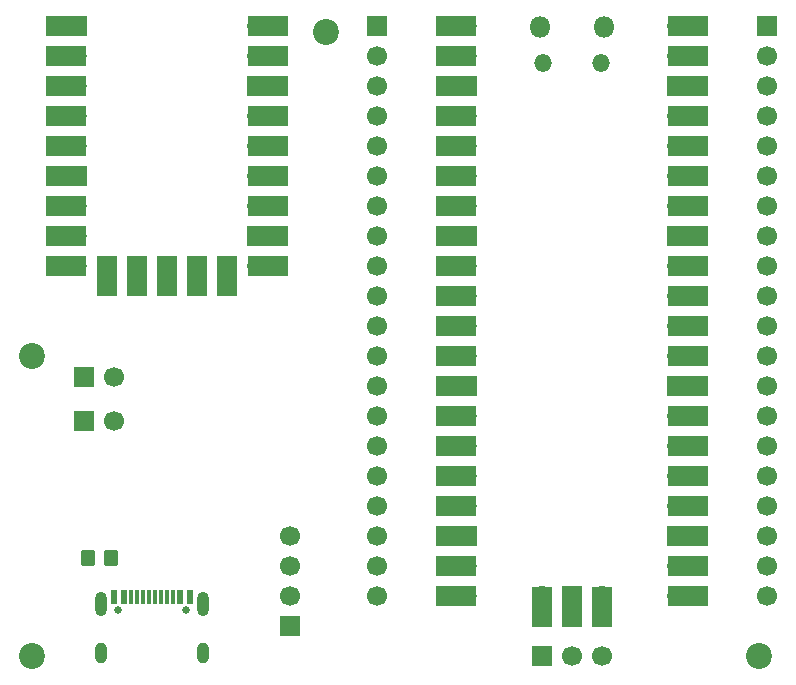
<source format=gbr>
%TF.GenerationSoftware,KiCad,Pcbnew,9.0.6*%
%TF.CreationDate,2025-11-14T19:52:51-08:00*%
%TF.ProjectId,SD-WSPICODB,53442d57-5350-4494-934f-44422e6b6963,R1.0*%
%TF.SameCoordinates,Original*%
%TF.FileFunction,Soldermask,Top*%
%TF.FilePolarity,Negative*%
%FSLAX46Y46*%
G04 Gerber Fmt 4.6, Leading zero omitted, Abs format (unit mm)*
G04 Created by KiCad (PCBNEW 9.0.6) date 2025-11-14 19:52:51*
%MOMM*%
%LPD*%
G01*
G04 APERTURE LIST*
G04 Aperture macros list*
%AMRoundRect*
0 Rectangle with rounded corners*
0 $1 Rounding radius*
0 $2 $3 $4 $5 $6 $7 $8 $9 X,Y pos of 4 corners*
0 Add a 4 corners polygon primitive as box body*
4,1,4,$2,$3,$4,$5,$6,$7,$8,$9,$2,$3,0*
0 Add four circle primitives for the rounded corners*
1,1,$1+$1,$2,$3*
1,1,$1+$1,$4,$5*
1,1,$1+$1,$6,$7*
1,1,$1+$1,$8,$9*
0 Add four rect primitives between the rounded corners*
20,1,$1+$1,$2,$3,$4,$5,0*
20,1,$1+$1,$4,$5,$6,$7,0*
20,1,$1+$1,$6,$7,$8,$9,0*
20,1,$1+$1,$8,$9,$2,$3,0*%
G04 Aperture macros list end*
%ADD10R,1.700000X1.700000*%
%ADD11C,1.700000*%
%ADD12O,1.700000X1.700000*%
%ADD13R,3.500000X1.700000*%
%ADD14R,1.700000X3.500000*%
%ADD15RoundRect,0.250000X-0.350000X-0.450000X0.350000X-0.450000X0.350000X0.450000X-0.350000X0.450000X0*%
%ADD16C,2.200000*%
%ADD17O,1.800000X1.800000*%
%ADD18O,1.500000X1.500000*%
%ADD19C,0.650000*%
%ADD20R,0.600000X1.150000*%
%ADD21R,0.300000X1.150000*%
%ADD22O,1.000000X1.800000*%
%ADD23O,1.000000X2.100000*%
G04 APERTURE END LIST*
D10*
%TO.C,J4*%
X71750000Y-80530000D03*
D11*
X74290000Y-80530000D03*
%TD*%
D12*
%TO.C,U2*%
X86360000Y-50800000D03*
D13*
X87260000Y-50800000D03*
D12*
X86360000Y-53340000D03*
D13*
X87260000Y-53340000D03*
D10*
X86360000Y-55880000D03*
D13*
X87260000Y-55880000D03*
D12*
X86360000Y-58420000D03*
D13*
X87260000Y-58420000D03*
D12*
X86360000Y-60960000D03*
D13*
X87260000Y-60960000D03*
D12*
X86360000Y-63500000D03*
D13*
X87260000Y-63500000D03*
D12*
X86360000Y-66040000D03*
D13*
X87260000Y-66040000D03*
D10*
X86360000Y-68580000D03*
D13*
X87260000Y-68580000D03*
D12*
X86360000Y-71120000D03*
D13*
X87260000Y-71120000D03*
D12*
X83820000Y-71120000D03*
D14*
X83820000Y-72020000D03*
D12*
X81280000Y-71119999D03*
D14*
X81280000Y-72019999D03*
D12*
X78740000Y-71120001D03*
D14*
X78740000Y-72020001D03*
D12*
X76200000Y-71120000D03*
D14*
X76200000Y-72020000D03*
D12*
X73660000Y-71120000D03*
D14*
X73660000Y-72020000D03*
D12*
X71120000Y-71120000D03*
D13*
X70220000Y-71120000D03*
D12*
X71120000Y-68580000D03*
D13*
X70220000Y-68580000D03*
D12*
X71120000Y-66040000D03*
D13*
X70220000Y-66040000D03*
D10*
X71120000Y-63500000D03*
D13*
X70220000Y-63500000D03*
D12*
X71120000Y-60960000D03*
D13*
X70220000Y-60960000D03*
D12*
X71120000Y-58420000D03*
D13*
X70220000Y-58420000D03*
D12*
X71120000Y-55880000D03*
D13*
X70220000Y-55880000D03*
D12*
X71120000Y-53340000D03*
D13*
X70220000Y-53340000D03*
D10*
X71120000Y-50800000D03*
D13*
X70220000Y-50800000D03*
%TD*%
D15*
%TO.C,R1*%
X72025000Y-95885000D03*
X74025000Y-95885000D03*
%TD*%
D16*
%TO.C,H3*%
X67310000Y-104140000D03*
%TD*%
D10*
%TO.C,J1*%
X96520000Y-50800000D03*
D11*
X96520000Y-53340000D03*
X96520000Y-55880000D03*
X96520000Y-58420000D03*
X96520000Y-60960000D03*
X96520000Y-63500000D03*
X96520000Y-66040000D03*
X96520000Y-68580000D03*
X96520000Y-71120000D03*
X96520000Y-73660000D03*
X96520000Y-76200000D03*
X96520000Y-78740000D03*
X96520000Y-81280000D03*
X96520000Y-83820000D03*
X96520000Y-86360000D03*
X96520000Y-88900000D03*
X96520000Y-91440000D03*
X96520000Y-93980000D03*
X96520000Y-96520000D03*
X96520000Y-99060000D03*
%TD*%
D17*
%TO.C,U1*%
X110305000Y-50930000D03*
D18*
X110605000Y-53960000D03*
X115455000Y-53960000D03*
D17*
X115755000Y-50930000D03*
D12*
X104140000Y-50800000D03*
D13*
X103240000Y-50800000D03*
D12*
X104140000Y-53340000D03*
D13*
X103240000Y-53340000D03*
D10*
X104140000Y-55880000D03*
D13*
X103240000Y-55880000D03*
D12*
X104140000Y-58420000D03*
D13*
X103240000Y-58420000D03*
D12*
X104140000Y-60960000D03*
D13*
X103240000Y-60960000D03*
D12*
X104140000Y-63500000D03*
D13*
X103240000Y-63500000D03*
D12*
X104140000Y-66040000D03*
D13*
X103240000Y-66040000D03*
D10*
X104140000Y-68580000D03*
D13*
X103240000Y-68580000D03*
D12*
X104140000Y-71120000D03*
D13*
X103240000Y-71120000D03*
D12*
X104140000Y-73660000D03*
D13*
X103240000Y-73660000D03*
D12*
X104140000Y-76200000D03*
D13*
X103240000Y-76200000D03*
D12*
X104140000Y-78740000D03*
D13*
X103240000Y-78740000D03*
D10*
X104140000Y-81280000D03*
D13*
X103240000Y-81280000D03*
D12*
X104140000Y-83820000D03*
D13*
X103240000Y-83820000D03*
D12*
X104140000Y-86360000D03*
D13*
X103240000Y-86360000D03*
D12*
X104140000Y-88900000D03*
D13*
X103240000Y-88900000D03*
D12*
X104140000Y-91440000D03*
D13*
X103240000Y-91440000D03*
D10*
X104140000Y-93980000D03*
D13*
X103240000Y-93980000D03*
D12*
X104140000Y-96520000D03*
D13*
X103240000Y-96520000D03*
D12*
X104140000Y-99060000D03*
D13*
X103240000Y-99060000D03*
D12*
X121920000Y-99060000D03*
D13*
X122820000Y-99060000D03*
D12*
X121920000Y-96520000D03*
D13*
X122820000Y-96520000D03*
D10*
X121920000Y-93980000D03*
D13*
X122820000Y-93980000D03*
D12*
X121920000Y-91440000D03*
D13*
X122820000Y-91440000D03*
D12*
X121920000Y-88900000D03*
D13*
X122820000Y-88900000D03*
D12*
X121920000Y-86360000D03*
D13*
X122820000Y-86360000D03*
D12*
X121920000Y-83820000D03*
D13*
X122820000Y-83820000D03*
D10*
X121920000Y-81280000D03*
D13*
X122820000Y-81280000D03*
D12*
X121920000Y-78740000D03*
D13*
X122820000Y-78740000D03*
D12*
X121920000Y-76200000D03*
D13*
X122820000Y-76200000D03*
D12*
X121920000Y-73660000D03*
D13*
X122820000Y-73660000D03*
D12*
X121920000Y-71120000D03*
D13*
X122820000Y-71120000D03*
D10*
X121920000Y-68580000D03*
D13*
X122820000Y-68580000D03*
D12*
X121920000Y-66040000D03*
D13*
X122820000Y-66040000D03*
D12*
X121920000Y-63500000D03*
D13*
X122820000Y-63500000D03*
D12*
X121920000Y-60960000D03*
D13*
X122820000Y-60960000D03*
D12*
X121920000Y-58420000D03*
D13*
X122820000Y-58420000D03*
D10*
X121920000Y-55880000D03*
D13*
X122820000Y-55880000D03*
D12*
X121920000Y-53340000D03*
D13*
X122820000Y-53340000D03*
D12*
X121920000Y-50800000D03*
D13*
X122820000Y-50800000D03*
D12*
X110494000Y-99100000D03*
D14*
X110494000Y-100000000D03*
D10*
X113034000Y-99100000D03*
D14*
X113034000Y-100000000D03*
D12*
X115574000Y-99100000D03*
D14*
X115574000Y-100000000D03*
%TD*%
D10*
%TO.C,J8*%
X129540000Y-50800000D03*
D11*
X129540000Y-53340000D03*
X129540000Y-55880000D03*
X129540000Y-58420000D03*
X129540000Y-60960000D03*
X129540000Y-63500000D03*
X129540000Y-66040000D03*
X129540000Y-68580000D03*
X129540000Y-71120000D03*
X129540000Y-73660000D03*
X129540000Y-76200000D03*
X129540000Y-78740000D03*
X129540000Y-81280000D03*
X129540000Y-83820000D03*
X129540000Y-86360000D03*
X129540000Y-88900000D03*
X129540000Y-91440000D03*
X129540000Y-93980000D03*
X129540000Y-96520000D03*
X129540000Y-99060000D03*
%TD*%
D10*
%TO.C,J3*%
X110490000Y-104140000D03*
D11*
X113030000Y-104140000D03*
X115569999Y-104140000D03*
%TD*%
D16*
%TO.C,H4*%
X128905000Y-104140000D03*
%TD*%
%TO.C,H2*%
X67310000Y-78740000D03*
%TD*%
%TO.C,H1*%
X92202000Y-51308000D03*
%TD*%
D10*
%TO.C,J2*%
X89154000Y-101600000D03*
D11*
X89154000Y-99060000D03*
X89154000Y-96520001D03*
X89154000Y-93980000D03*
%TD*%
D10*
%TO.C,J6*%
X71750000Y-84300000D03*
D11*
X74290000Y-84300000D03*
%TD*%
D19*
%TO.C,J5*%
X74585000Y-100260000D03*
X80365000Y-100260000D03*
D20*
X74275000Y-99185000D03*
X75075000Y-99185000D03*
D21*
X76225000Y-99185000D03*
X77225000Y-99185000D03*
X77725000Y-99185000D03*
X78725000Y-99185000D03*
D20*
X80675000Y-99185000D03*
X79875000Y-99185000D03*
D21*
X79225000Y-99185000D03*
X78225000Y-99185000D03*
X76725000Y-99185000D03*
X75725000Y-99185000D03*
D22*
X73155000Y-103940000D03*
X81795000Y-103940000D03*
D23*
X73155000Y-99760000D03*
X81795000Y-99760000D03*
%TD*%
M02*

</source>
